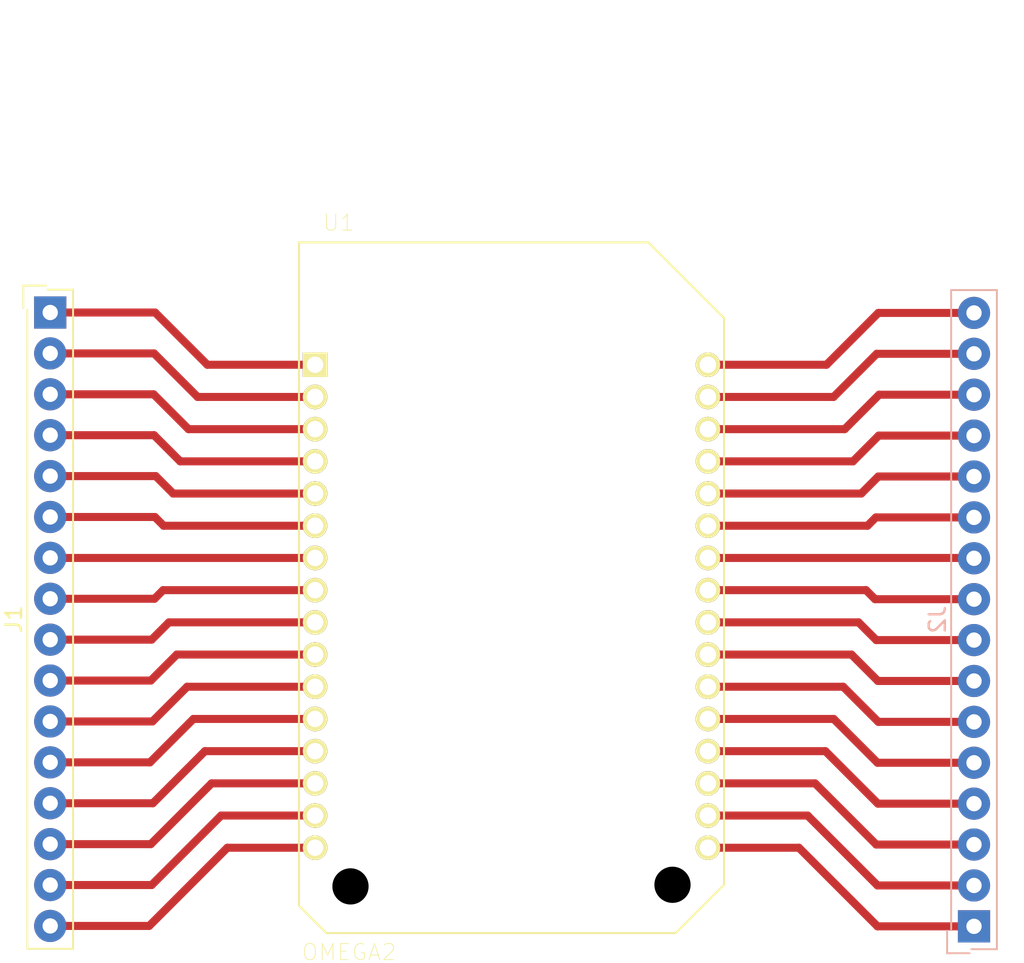
<source format=kicad_pcb>
(kicad_pcb (version 4) (host pcbnew 4.0.7)

  (general
    (links 32)
    (no_connects 0)
    (area 0 0 0 0)
    (thickness 1.6)
    (drawings 4)
    (tracks 96)
    (zones 0)
    (modules 3)
    (nets 33)
  )

  (page A4)
  (layers
    (0 F.Cu signal)
    (31 B.Cu signal)
    (32 B.Adhes user)
    (33 F.Adhes user)
    (34 B.Paste user)
    (35 F.Paste user)
    (36 B.SilkS user)
    (37 F.SilkS user)
    (38 B.Mask user)
    (39 F.Mask user)
    (40 Dwgs.User user)
    (41 Cmts.User user)
    (42 Eco1.User user)
    (43 Eco2.User user)
    (44 Edge.Cuts user)
    (45 Margin user)
    (46 B.CrtYd user)
    (47 F.CrtYd user)
    (48 B.Fab user)
    (49 F.Fab user)
  )

  (setup
    (last_trace_width 0.25)
    (trace_clearance 0.2)
    (zone_clearance 0.508)
    (zone_45_only no)
    (trace_min 0.2)
    (segment_width 0.2)
    (edge_width 0.15)
    (via_size 0.6)
    (via_drill 0.4)
    (via_min_size 0.4)
    (via_min_drill 0.3)
    (uvia_size 0.3)
    (uvia_drill 0.1)
    (uvias_allowed no)
    (uvia_min_size 0.2)
    (uvia_min_drill 0.1)
    (pcb_text_width 0.3)
    (pcb_text_size 1.5 1.5)
    (mod_edge_width 0.15)
    (mod_text_size 1 1)
    (mod_text_width 0.15)
    (pad_size 1.524 1.524)
    (pad_drill 0.762)
    (pad_to_mask_clearance 0.2)
    (aux_axis_origin 0 0)
    (visible_elements 7FFFFFFF)
    (pcbplotparams
      (layerselection 0x00030_80000001)
      (usegerberextensions false)
      (excludeedgelayer true)
      (linewidth 0.100000)
      (plotframeref false)
      (viasonmask false)
      (mode 1)
      (useauxorigin false)
      (hpglpennumber 1)
      (hpglpenspeed 20)
      (hpglpendiameter 15)
      (hpglpenoverlay 2)
      (psnegative false)
      (psa4output false)
      (plotreference true)
      (plotvalue true)
      (plotinvisibletext false)
      (padsonsilk false)
      (subtractmaskfromsilk false)
      (outputformat 1)
      (mirror false)
      (drillshape 0)
      (scaleselection 1)
      (outputdirectory ""))
  )

  (net 0 "")
  (net 1 "Net-(J1-Pad1)")
  (net 2 "Net-(J1-Pad2)")
  (net 3 "Net-(J1-Pad3)")
  (net 4 "Net-(J1-Pad4)")
  (net 5 "Net-(J1-Pad5)")
  (net 6 "Net-(J1-Pad6)")
  (net 7 "Net-(J1-Pad7)")
  (net 8 "Net-(J1-Pad8)")
  (net 9 "Net-(J1-Pad9)")
  (net 10 "Net-(J1-Pad10)")
  (net 11 "Net-(J1-Pad11)")
  (net 12 "Net-(J1-Pad12)")
  (net 13 "Net-(J1-Pad13)")
  (net 14 "Net-(J1-Pad14)")
  (net 15 "Net-(J1-Pad15)")
  (net 16 "Net-(J1-Pad16)")
  (net 17 "Net-(J2-Pad1)")
  (net 18 "Net-(J2-Pad2)")
  (net 19 "Net-(J2-Pad3)")
  (net 20 "Net-(J2-Pad4)")
  (net 21 "Net-(J2-Pad5)")
  (net 22 "Net-(J2-Pad6)")
  (net 23 "Net-(J2-Pad7)")
  (net 24 "Net-(J2-Pad8)")
  (net 25 "Net-(J2-Pad9)")
  (net 26 "Net-(J2-Pad10)")
  (net 27 "Net-(J2-Pad11)")
  (net 28 "Net-(J2-Pad12)")
  (net 29 "Net-(J2-Pad13)")
  (net 30 "Net-(J2-Pad14)")
  (net 31 "Net-(J2-Pad15)")
  (net 32 "Net-(J2-Pad16)")

  (net_class Default "Esta es la clase de red por defecto."
    (clearance 0.2)
    (trace_width 0.25)
    (via_dia 0.6)
    (via_drill 0.4)
    (uvia_dia 0.3)
    (uvia_drill 0.1)
  )

  (net_class ADAPTA ""
    (clearance 0.3)
    (trace_width 0.5)
    (via_dia 0.6)
    (via_drill 0.4)
    (uvia_dia 0.3)
    (uvia_drill 0.1)
    (add_net "Net-(J1-Pad1)")
    (add_net "Net-(J1-Pad10)")
    (add_net "Net-(J1-Pad11)")
    (add_net "Net-(J1-Pad12)")
    (add_net "Net-(J1-Pad13)")
    (add_net "Net-(J1-Pad14)")
    (add_net "Net-(J1-Pad15)")
    (add_net "Net-(J1-Pad16)")
    (add_net "Net-(J1-Pad2)")
    (add_net "Net-(J1-Pad3)")
    (add_net "Net-(J1-Pad4)")
    (add_net "Net-(J1-Pad5)")
    (add_net "Net-(J1-Pad6)")
    (add_net "Net-(J1-Pad7)")
    (add_net "Net-(J1-Pad8)")
    (add_net "Net-(J1-Pad9)")
    (add_net "Net-(J2-Pad1)")
    (add_net "Net-(J2-Pad10)")
    (add_net "Net-(J2-Pad11)")
    (add_net "Net-(J2-Pad12)")
    (add_net "Net-(J2-Pad13)")
    (add_net "Net-(J2-Pad14)")
    (add_net "Net-(J2-Pad15)")
    (add_net "Net-(J2-Pad16)")
    (add_net "Net-(J2-Pad2)")
    (add_net "Net-(J2-Pad3)")
    (add_net "Net-(J2-Pad4)")
    (add_net "Net-(J2-Pad5)")
    (add_net "Net-(J2-Pad6)")
    (add_net "Net-(J2-Pad7)")
    (add_net "Net-(J2-Pad8)")
    (add_net "Net-(J2-Pad9)")
  )

  (module Connectors_Samtec:SL-116-X-XX_1x16 (layer F.Cu) (tedit 590274D5) (tstamp 59F630B7)
    (at 113.4872 55.0418)
    (descr "Low profile, screw machine socket strip, through hole, 100mil / 2.54mm pitch")
    (tags "samtec socket strip tht single")
    (path /59F22648)
    (fp_text reference J1 (at -2.27 19.05 90) (layer F.SilkS)
      (effects (font (size 1 1) (thickness 0.15)))
    )
    (fp_text value Conn_01x16 (at 2.27 19.05 90) (layer F.Fab)
      (effects (font (size 1 1) (thickness 0.15)))
    )
    (fp_line (start -0.17 -1.42) (end 1.42 -1.42) (layer F.SilkS) (width 0.12))
    (fp_line (start 1.42 -1.42) (end 1.42 39.52) (layer F.SilkS) (width 0.12))
    (fp_line (start 1.42 39.52) (end -1.42 39.52) (layer F.SilkS) (width 0.12))
    (fp_line (start -1.42 39.52) (end -1.42 -0.17) (layer F.SilkS) (width 0.12))
    (fp_line (start -0.27 -1.67) (end -1.67 -1.67) (layer F.SilkS) (width 0.12))
    (fp_line (start -1.67 -1.67) (end -1.67 -0.27) (layer F.SilkS) (width 0.12))
    (fp_line (start -0.27 -1.67) (end -1.67 -1.67) (layer F.Fab) (width 0.1))
    (fp_line (start -1.67 -1.67) (end -1.67 -0.27) (layer F.Fab) (width 0.1))
    (fp_line (start -1.27 -1.27) (end -1.27 39.37) (layer F.Fab) (width 0.1))
    (fp_line (start -1.27 39.37) (end 1.27 39.37) (layer F.Fab) (width 0.1))
    (fp_line (start 1.27 39.37) (end 1.27 -1.27) (layer F.Fab) (width 0.1))
    (fp_line (start 1.27 -1.27) (end -1.27 -1.27) (layer F.Fab) (width 0.1))
    (fp_line (start -1.77 -1.77) (end -1.77 39.86) (layer F.CrtYd) (width 0.05))
    (fp_line (start -1.77 39.86) (end 1.77 39.86) (layer F.CrtYd) (width 0.05))
    (fp_line (start 1.77 39.86) (end 1.77 -1.77) (layer F.CrtYd) (width 0.05))
    (fp_line (start 1.77 -1.77) (end -1.77 -1.77) (layer F.CrtYd) (width 0.05))
    (fp_line (start -1.27 1.27) (end -1.07 1.27) (layer F.Fab) (width 0.1))
    (fp_line (start 1.27 1.27) (end 1.07 1.27) (layer F.Fab) (width 0.1))
    (fp_line (start -1.27 3.81) (end -1.07 3.81) (layer F.Fab) (width 0.1))
    (fp_line (start 1.27 3.81) (end 1.07 3.81) (layer F.Fab) (width 0.1))
    (fp_line (start -1.27 6.35) (end -1.07 6.35) (layer F.Fab) (width 0.1))
    (fp_line (start 1.27 6.35) (end 1.07 6.35) (layer F.Fab) (width 0.1))
    (fp_line (start -1.27 8.89) (end -1.07 8.89) (layer F.Fab) (width 0.1))
    (fp_line (start 1.27 8.89) (end 1.07 8.89) (layer F.Fab) (width 0.1))
    (fp_line (start -1.27 11.43) (end -1.07 11.43) (layer F.Fab) (width 0.1))
    (fp_line (start 1.27 11.43) (end 1.07 11.43) (layer F.Fab) (width 0.1))
    (fp_line (start -1.27 13.97) (end -1.07 13.97) (layer F.Fab) (width 0.1))
    (fp_line (start 1.27 13.97) (end 1.07 13.97) (layer F.Fab) (width 0.1))
    (fp_line (start -1.27 16.51) (end -1.07 16.51) (layer F.Fab) (width 0.1))
    (fp_line (start 1.27 16.51) (end 1.07 16.51) (layer F.Fab) (width 0.1))
    (fp_line (start -1.27 19.05) (end -1.07 19.05) (layer F.Fab) (width 0.1))
    (fp_line (start 1.27 19.05) (end 1.07 19.05) (layer F.Fab) (width 0.1))
    (fp_line (start -1.27 21.59) (end -1.07 21.59) (layer F.Fab) (width 0.1))
    (fp_line (start 1.27 21.59) (end 1.07 21.59) (layer F.Fab) (width 0.1))
    (fp_line (start -1.27 24.13) (end -1.07 24.13) (layer F.Fab) (width 0.1))
    (fp_line (start 1.27 24.13) (end 1.07 24.13) (layer F.Fab) (width 0.1))
    (fp_line (start -1.27 26.67) (end -1.07 26.67) (layer F.Fab) (width 0.1))
    (fp_line (start 1.27 26.67) (end 1.07 26.67) (layer F.Fab) (width 0.1))
    (fp_line (start -1.27 29.21) (end -1.07 29.21) (layer F.Fab) (width 0.1))
    (fp_line (start 1.27 29.21) (end 1.07 29.21) (layer F.Fab) (width 0.1))
    (fp_line (start -1.27 31.75) (end -1.07 31.75) (layer F.Fab) (width 0.1))
    (fp_line (start 1.27 31.75) (end 1.07 31.75) (layer F.Fab) (width 0.1))
    (fp_line (start -1.27 34.29) (end -1.07 34.29) (layer F.Fab) (width 0.1))
    (fp_line (start 1.27 34.29) (end 1.07 34.29) (layer F.Fab) (width 0.1))
    (fp_line (start -1.27 36.83) (end -1.07 36.83) (layer F.Fab) (width 0.1))
    (fp_line (start 1.27 36.83) (end 1.07 36.83) (layer F.Fab) (width 0.1))
    (fp_line (start -1.27 39.37) (end -1.07 39.37) (layer F.Fab) (width 0.1))
    (fp_line (start 1.27 39.37) (end 1.07 39.37) (layer F.Fab) (width 0.1))
    (fp_text user %R (at 0 19.05 90) (layer F.Fab)
      (effects (font (size 1 1) (thickness 0.15)))
    )
    (pad 1 thru_hole rect (at 0 0) (size 2 2) (drill 0.95) (layers *.Cu *.Mask)
      (net 1 "Net-(J1-Pad1)"))
    (pad 2 thru_hole circle (at 0 2.54) (size 2 2) (drill 0.95) (layers *.Cu *.Mask)
      (net 2 "Net-(J1-Pad2)"))
    (pad 3 thru_hole circle (at 0 5.08) (size 2 2) (drill 0.95) (layers *.Cu *.Mask)
      (net 3 "Net-(J1-Pad3)"))
    (pad 4 thru_hole circle (at 0 7.62) (size 2 2) (drill 0.95) (layers *.Cu *.Mask)
      (net 4 "Net-(J1-Pad4)"))
    (pad 5 thru_hole circle (at 0 10.16) (size 2 2) (drill 0.95) (layers *.Cu *.Mask)
      (net 5 "Net-(J1-Pad5)"))
    (pad 6 thru_hole circle (at 0 12.7) (size 2 2) (drill 0.95) (layers *.Cu *.Mask)
      (net 6 "Net-(J1-Pad6)"))
    (pad 7 thru_hole circle (at 0 15.24) (size 2 2) (drill 0.95) (layers *.Cu *.Mask)
      (net 7 "Net-(J1-Pad7)"))
    (pad 8 thru_hole circle (at 0 17.78) (size 2 2) (drill 0.95) (layers *.Cu *.Mask)
      (net 8 "Net-(J1-Pad8)"))
    (pad 9 thru_hole circle (at 0 20.32) (size 2 2) (drill 0.95) (layers *.Cu *.Mask)
      (net 9 "Net-(J1-Pad9)"))
    (pad 10 thru_hole circle (at 0 22.86) (size 2 2) (drill 0.95) (layers *.Cu *.Mask)
      (net 10 "Net-(J1-Pad10)"))
    (pad 11 thru_hole circle (at 0 25.4) (size 2 2) (drill 0.95) (layers *.Cu *.Mask)
      (net 11 "Net-(J1-Pad11)"))
    (pad 12 thru_hole circle (at 0 27.94) (size 2 2) (drill 0.95) (layers *.Cu *.Mask)
      (net 12 "Net-(J1-Pad12)"))
    (pad 13 thru_hole circle (at 0 30.48) (size 2 2) (drill 0.95) (layers *.Cu *.Mask)
      (net 13 "Net-(J1-Pad13)"))
    (pad 14 thru_hole circle (at 0 33.02) (size 2 2) (drill 0.95) (layers *.Cu *.Mask)
      (net 14 "Net-(J1-Pad14)"))
    (pad 15 thru_hole circle (at 0 35.56) (size 2 2) (drill 0.95) (layers *.Cu *.Mask)
      (net 15 "Net-(J1-Pad15)"))
    (pad 16 thru_hole circle (at 0 38.1) (size 2 2) (drill 0.95) (layers *.Cu *.Mask)
      (net 16 "Net-(J1-Pad16)"))
    (model ${KISYS3DMOD}/Connectors_Samtec.3dshapes/SL-116-X-XX_1x16.wrl
      (at (xyz 0 0 0))
      (scale (xyz 1 1 1))
      (rotate (xyz 0 0 0))
    )
  )

  (module Connectors_Samtec:SL-116-X-XX_1x16 (layer B.Cu) (tedit 590274D5) (tstamp 59F630CB)
    (at 170.8658 93.1672)
    (descr "Low profile, screw machine socket strip, through hole, 100mil / 2.54mm pitch")
    (tags "samtec socket strip tht single")
    (path /59F2259F)
    (fp_text reference J2 (at -2.27 -19.05 270) (layer B.SilkS)
      (effects (font (size 1 1) (thickness 0.15)) (justify mirror))
    )
    (fp_text value Conn_01x16 (at 2.27 -19.05 270) (layer B.Fab)
      (effects (font (size 1 1) (thickness 0.15)) (justify mirror))
    )
    (fp_line (start -0.17 1.42) (end 1.42 1.42) (layer B.SilkS) (width 0.12))
    (fp_line (start 1.42 1.42) (end 1.42 -39.52) (layer B.SilkS) (width 0.12))
    (fp_line (start 1.42 -39.52) (end -1.42 -39.52) (layer B.SilkS) (width 0.12))
    (fp_line (start -1.42 -39.52) (end -1.42 0.17) (layer B.SilkS) (width 0.12))
    (fp_line (start -0.27 1.67) (end -1.67 1.67) (layer B.SilkS) (width 0.12))
    (fp_line (start -1.67 1.67) (end -1.67 0.27) (layer B.SilkS) (width 0.12))
    (fp_line (start -0.27 1.67) (end -1.67 1.67) (layer B.Fab) (width 0.1))
    (fp_line (start -1.67 1.67) (end -1.67 0.27) (layer B.Fab) (width 0.1))
    (fp_line (start -1.27 1.27) (end -1.27 -39.37) (layer B.Fab) (width 0.1))
    (fp_line (start -1.27 -39.37) (end 1.27 -39.37) (layer B.Fab) (width 0.1))
    (fp_line (start 1.27 -39.37) (end 1.27 1.27) (layer B.Fab) (width 0.1))
    (fp_line (start 1.27 1.27) (end -1.27 1.27) (layer B.Fab) (width 0.1))
    (fp_line (start -1.77 1.77) (end -1.77 -39.86) (layer B.CrtYd) (width 0.05))
    (fp_line (start -1.77 -39.86) (end 1.77 -39.86) (layer B.CrtYd) (width 0.05))
    (fp_line (start 1.77 -39.86) (end 1.77 1.77) (layer B.CrtYd) (width 0.05))
    (fp_line (start 1.77 1.77) (end -1.77 1.77) (layer B.CrtYd) (width 0.05))
    (fp_line (start -1.27 -1.27) (end -1.07 -1.27) (layer B.Fab) (width 0.1))
    (fp_line (start 1.27 -1.27) (end 1.07 -1.27) (layer B.Fab) (width 0.1))
    (fp_line (start -1.27 -3.81) (end -1.07 -3.81) (layer B.Fab) (width 0.1))
    (fp_line (start 1.27 -3.81) (end 1.07 -3.81) (layer B.Fab) (width 0.1))
    (fp_line (start -1.27 -6.35) (end -1.07 -6.35) (layer B.Fab) (width 0.1))
    (fp_line (start 1.27 -6.35) (end 1.07 -6.35) (layer B.Fab) (width 0.1))
    (fp_line (start -1.27 -8.89) (end -1.07 -8.89) (layer B.Fab) (width 0.1))
    (fp_line (start 1.27 -8.89) (end 1.07 -8.89) (layer B.Fab) (width 0.1))
    (fp_line (start -1.27 -11.43) (end -1.07 -11.43) (layer B.Fab) (width 0.1))
    (fp_line (start 1.27 -11.43) (end 1.07 -11.43) (layer B.Fab) (width 0.1))
    (fp_line (start -1.27 -13.97) (end -1.07 -13.97) (layer B.Fab) (width 0.1))
    (fp_line (start 1.27 -13.97) (end 1.07 -13.97) (layer B.Fab) (width 0.1))
    (fp_line (start -1.27 -16.51) (end -1.07 -16.51) (layer B.Fab) (width 0.1))
    (fp_line (start 1.27 -16.51) (end 1.07 -16.51) (layer B.Fab) (width 0.1))
    (fp_line (start -1.27 -19.05) (end -1.07 -19.05) (layer B.Fab) (width 0.1))
    (fp_line (start 1.27 -19.05) (end 1.07 -19.05) (layer B.Fab) (width 0.1))
    (fp_line (start -1.27 -21.59) (end -1.07 -21.59) (layer B.Fab) (width 0.1))
    (fp_line (start 1.27 -21.59) (end 1.07 -21.59) (layer B.Fab) (width 0.1))
    (fp_line (start -1.27 -24.13) (end -1.07 -24.13) (layer B.Fab) (width 0.1))
    (fp_line (start 1.27 -24.13) (end 1.07 -24.13) (layer B.Fab) (width 0.1))
    (fp_line (start -1.27 -26.67) (end -1.07 -26.67) (layer B.Fab) (width 0.1))
    (fp_line (start 1.27 -26.67) (end 1.07 -26.67) (layer B.Fab) (width 0.1))
    (fp_line (start -1.27 -29.21) (end -1.07 -29.21) (layer B.Fab) (width 0.1))
    (fp_line (start 1.27 -29.21) (end 1.07 -29.21) (layer B.Fab) (width 0.1))
    (fp_line (start -1.27 -31.75) (end -1.07 -31.75) (layer B.Fab) (width 0.1))
    (fp_line (start 1.27 -31.75) (end 1.07 -31.75) (layer B.Fab) (width 0.1))
    (fp_line (start -1.27 -34.29) (end -1.07 -34.29) (layer B.Fab) (width 0.1))
    (fp_line (start 1.27 -34.29) (end 1.07 -34.29) (layer B.Fab) (width 0.1))
    (fp_line (start -1.27 -36.83) (end -1.07 -36.83) (layer B.Fab) (width 0.1))
    (fp_line (start 1.27 -36.83) (end 1.07 -36.83) (layer B.Fab) (width 0.1))
    (fp_line (start -1.27 -39.37) (end -1.07 -39.37) (layer B.Fab) (width 0.1))
    (fp_line (start 1.27 -39.37) (end 1.07 -39.37) (layer B.Fab) (width 0.1))
    (fp_text user %R (at 0 -19.05 270) (layer B.Fab)
      (effects (font (size 1 1) (thickness 0.15)) (justify mirror))
    )
    (pad 1 thru_hole rect (at 0 0) (size 2 2) (drill 0.95) (layers *.Cu *.Mask)
      (net 17 "Net-(J2-Pad1)"))
    (pad 2 thru_hole circle (at 0 -2.54) (size 2 2) (drill 0.95) (layers *.Cu *.Mask)
      (net 18 "Net-(J2-Pad2)"))
    (pad 3 thru_hole circle (at 0 -5.08) (size 2 2) (drill 0.95) (layers *.Cu *.Mask)
      (net 19 "Net-(J2-Pad3)"))
    (pad 4 thru_hole circle (at 0 -7.62) (size 2 2) (drill 0.95) (layers *.Cu *.Mask)
      (net 20 "Net-(J2-Pad4)"))
    (pad 5 thru_hole circle (at 0 -10.16) (size 2 2) (drill 0.95) (layers *.Cu *.Mask)
      (net 21 "Net-(J2-Pad5)"))
    (pad 6 thru_hole circle (at 0 -12.7) (size 2 2) (drill 0.95) (layers *.Cu *.Mask)
      (net 22 "Net-(J2-Pad6)"))
    (pad 7 thru_hole circle (at 0 -15.24) (size 2 2) (drill 0.95) (layers *.Cu *.Mask)
      (net 23 "Net-(J2-Pad7)"))
    (pad 8 thru_hole circle (at 0 -17.78) (size 2 2) (drill 0.95) (layers *.Cu *.Mask)
      (net 24 "Net-(J2-Pad8)"))
    (pad 9 thru_hole circle (at 0 -20.32) (size 2 2) (drill 0.95) (layers *.Cu *.Mask)
      (net 25 "Net-(J2-Pad9)"))
    (pad 10 thru_hole circle (at 0 -22.86) (size 2 2) (drill 0.95) (layers *.Cu *.Mask)
      (net 26 "Net-(J2-Pad10)"))
    (pad 11 thru_hole circle (at 0 -25.4) (size 2 2) (drill 0.95) (layers *.Cu *.Mask)
      (net 27 "Net-(J2-Pad11)"))
    (pad 12 thru_hole circle (at 0 -27.94) (size 2 2) (drill 0.95) (layers *.Cu *.Mask)
      (net 28 "Net-(J2-Pad12)"))
    (pad 13 thru_hole circle (at 0 -30.48) (size 2 2) (drill 0.95) (layers *.Cu *.Mask)
      (net 29 "Net-(J2-Pad13)"))
    (pad 14 thru_hole circle (at 0 -33.02) (size 2 2) (drill 0.95) (layers *.Cu *.Mask)
      (net 30 "Net-(J2-Pad14)"))
    (pad 15 thru_hole circle (at 0 -35.56) (size 2 2) (drill 0.95) (layers *.Cu *.Mask)
      (net 31 "Net-(J2-Pad15)"))
    (pad 16 thru_hole circle (at 0 -38.1) (size 2 2) (drill 0.95) (layers *.Cu *.Mask)
      (net 32 "Net-(J2-Pad16)"))
    (model ${KISYS3DMOD}/Connectors_Samtec.3dshapes/SL-116-X-XX_1x16.wrl
      (at (xyz 0 0 0))
      (scale (xyz 1 1 1))
      (rotate (xyz 0 0 0))
    )
  )

  (module OMEGA2:XCVR_OMEGA2 (layer F.Cu) (tedit 0) (tstamp 59F630F1)
    (at 142.1384 72.136)
    (path /59F2184D)
    (fp_text reference U1 (at -10.7282 -22.6735) (layer F.SilkS)
      (effects (font (size 1.0017 1.0017) (thickness 0.05)))
    )
    (fp_text value OMEGA2 (at -10.0857 22.6391) (layer F.SilkS)
      (effects (font (size 1.00106 1.00106) (thickness 0.05)))
    )
    (fp_line (start -13.2 -21.45) (end 8.53 -21.45) (layer Dwgs.User) (width 0.127))
    (fp_line (start 8.53 -21.45) (end 13.2 -16.75) (layer Dwgs.User) (width 0.127))
    (fp_line (start 13.2 -16.75) (end 13.2 18.45) (layer Dwgs.User) (width 0.127))
    (fp_line (start 13.2 18.45) (end 10.2 21.45) (layer Dwgs.User) (width 0.127))
    (fp_line (start 10.2 21.45) (end -11.5 21.45) (layer Dwgs.User) (width 0.127))
    (fp_line (start -11.5 21.45) (end -13.2 19.75) (layer Dwgs.User) (width 0.127))
    (fp_line (start -13.2 19.75) (end -13.2 -21.45) (layer Dwgs.User) (width 0.127))
    (fp_line (start -13.2 -21.45) (end 8.5 -21.45) (layer F.SilkS) (width 0.127))
    (fp_line (start 8.5 -21.45) (end 13.2 -16.75) (layer F.SilkS) (width 0.127))
    (fp_line (start 13.2 -16.75) (end 13.2 18.45) (layer F.SilkS) (width 0.127))
    (fp_line (start 13.2 18.45) (end 10.2 21.45) (layer F.SilkS) (width 0.127))
    (fp_line (start 10.2 21.45) (end -11.5 21.45) (layer F.SilkS) (width 0.127))
    (fp_line (start -11.5 21.45) (end -13.2 19.75) (layer F.SilkS) (width 0.127))
    (fp_line (start -13.2 19.75) (end -13.2 -21.45) (layer F.SilkS) (width 0.127))
    (fp_line (start -13.5 -21.75) (end 13.5 -21.75) (layer Dwgs.User) (width 0.05))
    (fp_line (start 13.5 -21.75) (end 13.5 21.75) (layer Dwgs.User) (width 0.05))
    (fp_line (start 13.5 21.75) (end -13.5 21.75) (layer Dwgs.User) (width 0.05))
    (fp_line (start -13.5 21.75) (end -13.5 -21.75) (layer Dwgs.User) (width 0.05))
    (pad 1 thru_hole rect (at -12.2 -13.85) (size 1.523 1.523) (drill 1.015) (layers *.Cu *.Mask F.SilkS)
      (net 1 "Net-(J1-Pad1)"))
    (pad 2 thru_hole circle (at -12.2 -11.85) (size 1.523 1.523) (drill 1.015) (layers *.Cu *.Mask F.SilkS)
      (net 2 "Net-(J1-Pad2)"))
    (pad 3 thru_hole circle (at -12.2 -9.85) (size 1.523 1.523) (drill 1.015) (layers *.Cu *.Mask F.SilkS)
      (net 3 "Net-(J1-Pad3)"))
    (pad 4 thru_hole circle (at -12.2 -7.85) (size 1.523 1.523) (drill 1.015) (layers *.Cu *.Mask F.SilkS)
      (net 4 "Net-(J1-Pad4)"))
    (pad 5 thru_hole circle (at -12.2 -5.85) (size 1.523 1.523) (drill 1.015) (layers *.Cu *.Mask F.SilkS)
      (net 5 "Net-(J1-Pad5)"))
    (pad 6 thru_hole circle (at -12.2 -3.85) (size 1.523 1.523) (drill 1.015) (layers *.Cu *.Mask F.SilkS)
      (net 6 "Net-(J1-Pad6)"))
    (pad 7 thru_hole circle (at -12.2 -1.85) (size 1.523 1.523) (drill 1.015) (layers *.Cu *.Mask F.SilkS)
      (net 7 "Net-(J1-Pad7)"))
    (pad 8 thru_hole circle (at -12.2 0.15) (size 1.523 1.523) (drill 1.015) (layers *.Cu *.Mask F.SilkS)
      (net 8 "Net-(J1-Pad8)"))
    (pad 9 thru_hole circle (at -12.2 2.15) (size 1.523 1.523) (drill 1.015) (layers *.Cu *.Mask F.SilkS)
      (net 9 "Net-(J1-Pad9)"))
    (pad 10 thru_hole circle (at -12.2 4.15) (size 1.523 1.523) (drill 1.015) (layers *.Cu *.Mask F.SilkS)
      (net 10 "Net-(J1-Pad10)"))
    (pad 11 thru_hole circle (at -12.2 6.15) (size 1.523 1.523) (drill 1.015) (layers *.Cu *.Mask F.SilkS)
      (net 11 "Net-(J1-Pad11)"))
    (pad 12 thru_hole circle (at -12.2 8.15) (size 1.523 1.523) (drill 1.015) (layers *.Cu *.Mask F.SilkS)
      (net 12 "Net-(J1-Pad12)"))
    (pad 13 thru_hole circle (at -12.2 10.15) (size 1.523 1.523) (drill 1.015) (layers *.Cu *.Mask F.SilkS)
      (net 13 "Net-(J1-Pad13)"))
    (pad 14 thru_hole circle (at -12.2 12.15) (size 1.523 1.523) (drill 1.015) (layers *.Cu *.Mask F.SilkS)
      (net 14 "Net-(J1-Pad14)"))
    (pad 15 thru_hole circle (at -12.2 14.15) (size 1.523 1.523) (drill 1.015) (layers *.Cu *.Mask F.SilkS)
      (net 15 "Net-(J1-Pad15)"))
    (pad 16 thru_hole circle (at -12.2 16.15) (size 1.523 1.523) (drill 1.015) (layers *.Cu *.Mask F.SilkS)
      (net 16 "Net-(J1-Pad16)"))
    (pad 17 thru_hole circle (at 12.2 16.15) (size 1.523 1.523) (drill 1.015) (layers *.Cu *.Mask F.SilkS)
      (net 17 "Net-(J2-Pad1)"))
    (pad 18 thru_hole circle (at 12.2 14.15) (size 1.523 1.523) (drill 1.015) (layers *.Cu *.Mask F.SilkS)
      (net 18 "Net-(J2-Pad2)"))
    (pad 19 thru_hole circle (at 12.2 12.15) (size 1.523 1.523) (drill 1.015) (layers *.Cu *.Mask F.SilkS)
      (net 19 "Net-(J2-Pad3)"))
    (pad 20 thru_hole circle (at 12.2 10.15) (size 1.523 1.523) (drill 1.015) (layers *.Cu *.Mask F.SilkS)
      (net 20 "Net-(J2-Pad4)"))
    (pad 21 thru_hole circle (at 12.2 8.15) (size 1.523 1.523) (drill 1.015) (layers *.Cu *.Mask F.SilkS)
      (net 21 "Net-(J2-Pad5)"))
    (pad 22 thru_hole circle (at 12.2 6.15) (size 1.523 1.523) (drill 1.015) (layers *.Cu *.Mask F.SilkS)
      (net 22 "Net-(J2-Pad6)"))
    (pad 23 thru_hole circle (at 12.2 4.15) (size 1.523 1.523) (drill 1.015) (layers *.Cu *.Mask F.SilkS)
      (net 23 "Net-(J2-Pad7)"))
    (pad 24 thru_hole circle (at 12.2 2.15) (size 1.523 1.523) (drill 1.015) (layers *.Cu *.Mask F.SilkS)
      (net 24 "Net-(J2-Pad8)"))
    (pad 25 thru_hole circle (at 12.2 0.15) (size 1.523 1.523) (drill 1.015) (layers *.Cu *.Mask F.SilkS)
      (net 25 "Net-(J2-Pad9)"))
    (pad 26 thru_hole circle (at 12.2 -1.85) (size 1.523 1.523) (drill 1.015) (layers *.Cu *.Mask F.SilkS)
      (net 26 "Net-(J2-Pad10)"))
    (pad 27 thru_hole circle (at 12.2 -3.85) (size 1.523 1.523) (drill 1.015) (layers *.Cu *.Mask F.SilkS)
      (net 27 "Net-(J2-Pad11)"))
    (pad 28 thru_hole circle (at 12.2 -5.85) (size 1.523 1.523) (drill 1.015) (layers *.Cu *.Mask F.SilkS)
      (net 28 "Net-(J2-Pad12)"))
    (pad 29 thru_hole circle (at 12.2 -7.85) (size 1.523 1.523) (drill 1.015) (layers *.Cu *.Mask F.SilkS)
      (net 29 "Net-(J2-Pad13)"))
    (pad 30 thru_hole circle (at 12.2 -9.85) (size 1.523 1.523) (drill 1.015) (layers *.Cu *.Mask F.SilkS)
      (net 30 "Net-(J2-Pad14)"))
    (pad 31 thru_hole circle (at 12.2 -11.85) (size 1.523 1.523) (drill 1.015) (layers *.Cu *.Mask F.SilkS)
      (net 31 "Net-(J2-Pad15)"))
    (pad 32 thru_hole circle (at 12.2 -13.85) (size 1.523 1.523) (drill 1.015) (layers *.Cu *.Mask F.SilkS)
      (net 32 "Net-(J2-Pad16)"))
    (pad Hole np_thru_hole circle (at 10 18.45) (size 2.25 2.25) (drill 2.25) (layers))
    (pad Hole np_thru_hole circle (at -10 18.55) (size 2.25 2.25) (drill 2.25) (layers))
  )

  (dimension 6.045253 (width 0.3) (layer Margin)
    (gr_text 6.045mm (at 168.077104 37.485223 359.7592628) (layer Margin)
      (effects (font (size 1.5 1.5) (thickness 0.3)))
    )
    (feature1 (pts (xy 164.8206 93.1418) (xy 165.060176 36.122535)))
    (feature2 (pts (xy 170.8658 93.1672) (xy 171.105376 36.147935)))
    (crossbar (pts (xy 171.094032 38.847911) (xy 165.048832 38.822511)))
    (arrow1a (pts (xy 165.048832 38.822511) (xy 166.17779 38.240829)))
    (arrow1b (pts (xy 165.048832 38.822511) (xy 166.172862 39.41366)))
    (arrow2a (pts (xy 171.094032 38.847911) (xy 169.970002 38.256762)))
    (arrow2b (pts (xy 171.094032 38.847911) (xy 169.965074 39.429593)))
  )
  (dimension 16.5354 (width 0.3) (layer Margin)
    (gr_text 16.535mm (at 121.7549 50.5168) (layer Margin)
      (effects (font (size 1.5 1.5) (thickness 0.3)))
    )
    (feature1 (pts (xy 113.4872 70.3072) (xy 113.4872 49.1668)))
    (feature2 (pts (xy 130.0226 70.3072) (xy 130.0226 49.1668)))
    (crossbar (pts (xy 130.0226 51.8668) (xy 113.4872 51.8668)))
    (arrow1a (pts (xy 113.4872 51.8668) (xy 114.613704 51.280379)))
    (arrow1b (pts (xy 113.4872 51.8668) (xy 114.613704 52.453221)))
    (arrow2a (pts (xy 130.0226 51.8668) (xy 128.896096 51.280379)))
    (arrow2b (pts (xy 130.0226 51.8668) (xy 128.896096 52.453221)))
  )
  (dimension 16.536356 (width 0.3) (layer Margin)
    (gr_text 16.536mm (at 162.421837 46.739343 0.6160599084) (layer Margin)
      (effects (font (size 1.5 1.5) (thickness 0.3)))
    )
    (feature1 (pts (xy 170.942 70.1294) (xy 170.675022 45.300521)))
    (feature2 (pts (xy 154.4066 70.3072) (xy 154.139622 45.478321)))
    (crossbar (pts (xy 154.168653 48.178165) (xy 170.704053 48.000365)))
    (arrow1a (pts (xy 170.704053 48.000365) (xy 169.58392 48.598864)))
    (arrow1b (pts (xy 170.704053 48.000365) (xy 169.571309 47.42609)))
    (arrow2a (pts (xy 154.168653 48.178165) (xy 155.301397 48.75244)))
    (arrow2b (pts (xy 154.168653 48.178165) (xy 155.288786 47.579666)))
  )
  (dimension 24.307813 (width 0.3) (layer Margin)
    (gr_text 24.308mm (at 142.200489 71.669714 359.9401298) (layer Margin)
      (effects (font (size 1.5 1.5) (thickness 0.3)))
    )
    (feature1 (pts (xy 130.048 70.3072) (xy 130.045179 73.007014)))
    (feature2 (pts (xy 154.3558 70.3326) (xy 154.352979 73.032414)))
    (crossbar (pts (xy 154.3558 70.332415) (xy 130.048 70.307015)))
    (arrow1a (pts (xy 130.048 70.307015) (xy 131.175116 69.721772)))
    (arrow1b (pts (xy 130.048 70.307015) (xy 131.17389 70.894613)))
    (arrow2a (pts (xy 154.3558 70.332415) (xy 153.22991 69.744817)))
    (arrow2b (pts (xy 154.3558 70.332415) (xy 153.228684 70.917658)))
  )

  (segment (start 129.9384 58.286) (end 123.2478 58.286) (width 0.5) (layer F.Cu) (net 1))
  (segment (start 120.0036 55.0418) (end 113.4872 55.0418) (width 0.5) (layer F.Cu) (net 1) (tstamp 59F63CD8))
  (segment (start 123.2478 58.286) (end 120.0036 55.0418) (width 0.5) (layer F.Cu) (net 1) (tstamp 59F63CD1))
  (segment (start 129.9384 60.286) (end 122.643 60.286) (width 0.5) (layer F.Cu) (net 2))
  (segment (start 119.9388 57.5818) (end 113.4872 57.5818) (width 0.5) (layer F.Cu) (net 2) (tstamp 59F63CF5))
  (segment (start 122.643 60.286) (end 119.9388 57.5818) (width 0.5) (layer F.Cu) (net 2) (tstamp 59F63CEC))
  (segment (start 129.9384 62.286) (end 122.0776 62.286) (width 0.5) (layer F.Cu) (net 3))
  (segment (start 119.9134 60.1218) (end 113.4872 60.1218) (width 0.5) (layer F.Cu) (net 3) (tstamp 59F63CFF))
  (segment (start 122.0776 62.286) (end 119.9134 60.1218) (width 0.5) (layer F.Cu) (net 3) (tstamp 59F63CF9))
  (segment (start 129.9384 64.286) (end 121.563 64.286) (width 0.5) (layer F.Cu) (net 4))
  (segment (start 119.9388 62.6618) (end 113.4872 62.6618) (width 0.5) (layer F.Cu) (net 4) (tstamp 59F63D0E))
  (segment (start 121.563 64.286) (end 119.9388 62.6618) (width 0.5) (layer F.Cu) (net 4) (tstamp 59F63D07))
  (segment (start 129.9384 66.286) (end 121.1246 66.286) (width 0.5) (layer F.Cu) (net 5))
  (segment (start 120.0404 65.2018) (end 113.4872 65.2018) (width 0.5) (layer F.Cu) (net 5) (tstamp 59F63D17))
  (segment (start 121.1246 66.286) (end 120.0404 65.2018) (width 0.5) (layer F.Cu) (net 5) (tstamp 59F63D12))
  (segment (start 129.9384 68.286) (end 120.5338 68.286) (width 0.5) (layer F.Cu) (net 6))
  (segment (start 119.9896 67.7418) (end 113.4872 67.7418) (width 0.5) (layer F.Cu) (net 6) (tstamp 59F63D26))
  (segment (start 120.5338 68.286) (end 119.9896 67.7418) (width 0.5) (layer F.Cu) (net 6) (tstamp 59F63D1B))
  (segment (start 129.9384 70.286) (end 113.4914 70.286) (width 0.5) (layer F.Cu) (net 7))
  (segment (start 113.4914 70.286) (end 113.4872 70.2818) (width 0.25) (layer F.Cu) (net 7) (tstamp 59F63D45))
  (segment (start 129.9384 72.286) (end 120.5 72.286) (width 0.5) (layer F.Cu) (net 8))
  (segment (start 119.9642 72.8218) (end 113.4872 72.8218) (width 0.5) (layer F.Cu) (net 8) (tstamp 59F63D50))
  (segment (start 120.5 72.286) (end 119.9642 72.8218) (width 0.5) (layer F.Cu) (net 8) (tstamp 59F63D4A))
  (segment (start 129.9384 74.286) (end 120.8622 74.286) (width 0.5) (layer F.Cu) (net 9))
  (segment (start 119.7864 75.3618) (end 113.4872 75.3618) (width 0.5) (layer F.Cu) (net 9) (tstamp 59F63D64))
  (segment (start 120.8622 74.286) (end 119.7864 75.3618) (width 0.5) (layer F.Cu) (net 9) (tstamp 59F63D57))
  (segment (start 129.9384 76.286) (end 121.3514 76.286) (width 0.5) (layer F.Cu) (net 10))
  (segment (start 119.7356 77.9018) (end 113.4872 77.9018) (width 0.5) (layer F.Cu) (net 10) (tstamp 59F63D73))
  (segment (start 121.3514 76.286) (end 119.7356 77.9018) (width 0.5) (layer F.Cu) (net 10) (tstamp 59F63D69))
  (segment (start 129.9384 78.286) (end 121.993 78.286) (width 0.5) (layer F.Cu) (net 11))
  (segment (start 119.8372 80.4418) (end 113.4872 80.4418) (width 0.5) (layer F.Cu) (net 11) (tstamp 59F63D7E))
  (segment (start 121.993 78.286) (end 119.8372 80.4418) (width 0.5) (layer F.Cu) (net 11) (tstamp 59F63D77))
  (segment (start 129.9384 80.286) (end 122.3806 80.286) (width 0.5) (layer F.Cu) (net 12))
  (segment (start 119.6848 82.9818) (end 113.4872 82.9818) (width 0.5) (layer F.Cu) (net 12) (tstamp 59F63D8B))
  (segment (start 122.3806 80.286) (end 119.6848 82.9818) (width 0.5) (layer F.Cu) (net 12) (tstamp 59F63D86))
  (segment (start 129.9384 82.286) (end 123.0984 82.286) (width 0.5) (layer F.Cu) (net 13))
  (segment (start 119.8626 85.5218) (end 113.4872 85.5218) (width 0.5) (layer F.Cu) (net 13) (tstamp 59F63D93))
  (segment (start 123.0984 82.286) (end 119.8626 85.5218) (width 0.5) (layer F.Cu) (net 13) (tstamp 59F63D8F))
  (segment (start 129.9384 84.286) (end 123.5114 84.286) (width 0.5) (layer F.Cu) (net 14))
  (segment (start 119.7356 88.0618) (end 113.4872 88.0618) (width 0.5) (layer F.Cu) (net 14) (tstamp 59F63D9D))
  (segment (start 123.5114 84.286) (end 119.7356 88.0618) (width 0.5) (layer F.Cu) (net 14) (tstamp 59F63D97))
  (segment (start 129.9384 86.286) (end 124.1022 86.286) (width 0.5) (layer F.Cu) (net 15))
  (segment (start 119.7864 90.6018) (end 113.4872 90.6018) (width 0.5) (layer F.Cu) (net 15) (tstamp 59F63DAE))
  (segment (start 124.1022 86.286) (end 119.7864 90.6018) (width 0.5) (layer F.Cu) (net 15) (tstamp 59F63DA4))
  (segment (start 129.9384 88.286) (end 124.4898 88.286) (width 0.5) (layer F.Cu) (net 16))
  (segment (start 119.634 93.1418) (end 113.4872 93.1418) (width 0.5) (layer F.Cu) (net 16) (tstamp 59F63DB8))
  (segment (start 124.4898 88.286) (end 119.634 93.1418) (width 0.5) (layer F.Cu) (net 16) (tstamp 59F63DB2))
  (segment (start 154.3384 88.286) (end 159.9902 88.286) (width 0.5) (layer F.Cu) (net 17))
  (segment (start 164.8714 93.1672) (end 170.8658 93.1672) (width 0.5) (layer F.Cu) (net 17) (tstamp 59F6446D))
  (segment (start 159.9902 88.286) (end 164.8714 93.1672) (width 0.5) (layer F.Cu) (net 17) (tstamp 59F64463))
  (segment (start 154.3384 86.286) (end 160.5302 86.286) (width 0.5) (layer F.Cu) (net 18))
  (segment (start 164.8714 90.6272) (end 170.8658 90.6272) (width 0.5) (layer F.Cu) (net 18) (tstamp 59F64502))
  (segment (start 160.5302 86.286) (end 164.8714 90.6272) (width 0.5) (layer F.Cu) (net 18) (tstamp 59F644F8))
  (segment (start 154.3384 84.286) (end 160.994 84.286) (width 0.5) (layer F.Cu) (net 19))
  (segment (start 164.7952 88.0872) (end 170.8658 88.0872) (width 0.5) (layer F.Cu) (net 19) (tstamp 59F64544))
  (segment (start 160.994 84.286) (end 164.7952 88.0872) (width 0.5) (layer F.Cu) (net 19) (tstamp 59F64538))
  (segment (start 154.3384 82.286) (end 161.6356 82.286) (width 0.5) (layer F.Cu) (net 20))
  (segment (start 164.8968 85.5472) (end 170.8658 85.5472) (width 0.5) (layer F.Cu) (net 20) (tstamp 59F64527))
  (segment (start 161.6356 82.286) (end 164.8968 85.5472) (width 0.5) (layer F.Cu) (net 20) (tstamp 59F6451E))
  (segment (start 154.3384 80.286) (end 162.1502 80.286) (width 0.5) (layer F.Cu) (net 21))
  (segment (start 164.8714 83.0072) (end 170.8658 83.0072) (width 0.5) (layer F.Cu) (net 21) (tstamp 59F64559))
  (segment (start 162.1502 80.286) (end 164.8714 83.0072) (width 0.5) (layer F.Cu) (net 21) (tstamp 59F64554))
  (segment (start 154.3384 78.286) (end 162.741 78.286) (width 0.5) (layer F.Cu) (net 22))
  (segment (start 164.9222 80.4672) (end 170.8658 80.4672) (width 0.5) (layer F.Cu) (net 22) (tstamp 59F64560))
  (segment (start 162.741 78.286) (end 164.9222 80.4672) (width 0.5) (layer F.Cu) (net 22) (tstamp 59F6455D))
  (segment (start 154.3384 76.286) (end 163.2556 76.286) (width 0.5) (layer F.Cu) (net 23))
  (segment (start 164.8968 77.9272) (end 170.8658 77.9272) (width 0.5) (layer F.Cu) (net 23) (tstamp 59F6456C))
  (segment (start 163.2556 76.286) (end 164.8968 77.9272) (width 0.5) (layer F.Cu) (net 23) (tstamp 59F64564))
  (segment (start 154.3384 74.286) (end 163.694 74.286) (width 0.5) (layer F.Cu) (net 24))
  (segment (start 164.7952 75.3872) (end 170.8658 75.3872) (width 0.5) (layer F.Cu) (net 24) (tstamp 59F64587))
  (segment (start 163.694 74.286) (end 164.7952 75.3872) (width 0.5) (layer F.Cu) (net 24) (tstamp 59F64583))
  (segment (start 154.3384 72.286) (end 164.1578 72.286) (width 0.5) (layer F.Cu) (net 25))
  (segment (start 164.719 72.8472) (end 170.8658 72.8472) (width 0.5) (layer F.Cu) (net 25) (tstamp 59F6458E))
  (segment (start 164.1578 72.286) (end 164.719 72.8472) (width 0.5) (layer F.Cu) (net 25) (tstamp 59F6458B))
  (segment (start 154.3384 70.286) (end 170.8446 70.286) (width 0.5) (layer F.Cu) (net 26))
  (segment (start 170.8446 70.286) (end 170.8658 70.3072) (width 0.5) (layer F.Cu) (net 26) (tstamp 59F64592))
  (segment (start 170.8446 70.286) (end 170.8658 70.3072) (width 0.25) (layer F.Cu) (net 26) (tstamp 59F63A5D))
  (segment (start 154.3384 68.286) (end 164.251 68.286) (width 0.5) (layer F.Cu) (net 27))
  (segment (start 164.7698 67.7672) (end 170.8658 67.7672) (width 0.5) (layer F.Cu) (net 27) (tstamp 59F6459B))
  (segment (start 164.251 68.286) (end 164.7698 67.7672) (width 0.5) (layer F.Cu) (net 27) (tstamp 59F64597))
  (segment (start 154.3384 66.286) (end 163.8634 66.286) (width 0.5) (layer F.Cu) (net 28))
  (segment (start 164.9222 65.2272) (end 170.8658 65.2272) (width 0.5) (layer F.Cu) (net 28) (tstamp 59F645CC))
  (segment (start 163.8634 66.286) (end 164.9222 65.2272) (width 0.5) (layer F.Cu) (net 28) (tstamp 59F645C5))
  (segment (start 154.3384 64.286) (end 163.3488 64.286) (width 0.5) (layer F.Cu) (net 29))
  (segment (start 164.9476 62.6872) (end 170.8658 62.6872) (width 0.5) (layer F.Cu) (net 29) (tstamp 59F645DA))
  (segment (start 163.3488 64.286) (end 164.9476 62.6872) (width 0.5) (layer F.Cu) (net 29) (tstamp 59F645D1))
  (segment (start 154.3384 62.286) (end 162.8342 62.286) (width 0.5) (layer F.Cu) (net 30))
  (segment (start 164.973 60.1472) (end 170.8658 60.1472) (width 0.5) (layer F.Cu) (net 30) (tstamp 59F645E6))
  (segment (start 162.8342 62.286) (end 164.973 60.1472) (width 0.5) (layer F.Cu) (net 30) (tstamp 59F645DF))
  (segment (start 154.3384 60.286) (end 162.1418 60.286) (width 0.5) (layer F.Cu) (net 31))
  (segment (start 164.8206 57.6072) (end 170.8658 57.6072) (width 0.5) (layer F.Cu) (net 31) (tstamp 59F645EE))
  (segment (start 162.1418 60.286) (end 164.8206 57.6072) (width 0.5) (layer F.Cu) (net 31) (tstamp 59F645EA))
  (segment (start 154.3384 58.286) (end 161.7034 58.286) (width 0.5) (layer F.Cu) (net 32))
  (segment (start 164.9222 55.0672) (end 170.8658 55.0672) (width 0.5) (layer F.Cu) (net 32) (tstamp 59F645FC))
  (segment (start 161.7034 58.286) (end 164.9222 55.0672) (width 0.5) (layer F.Cu) (net 32) (tstamp 59F645F2))
  (segment (start 170.8404 55.0418) (end 170.8658 55.0672) (width 0.25) (layer F.Cu) (net 32) (tstamp 59F63626))

)

</source>
